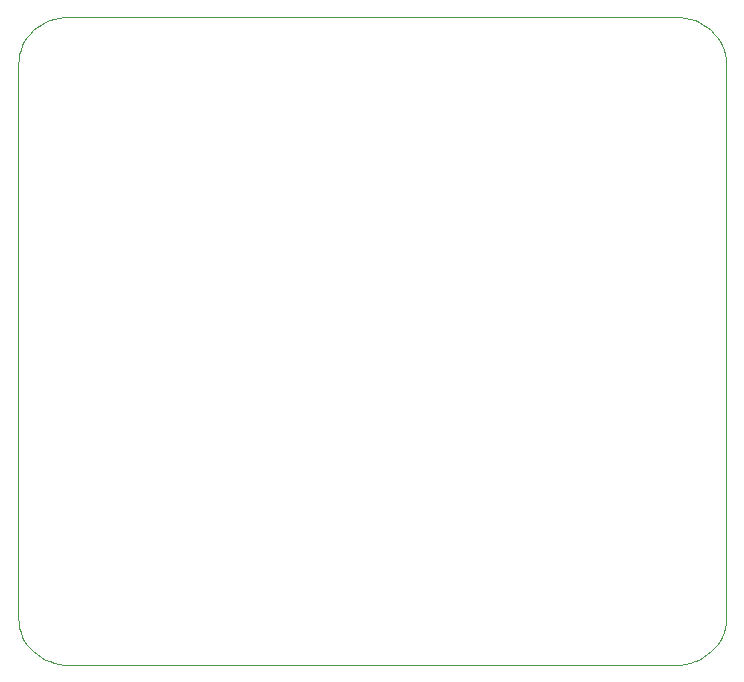
<source format=gm1>
G04 #@! TF.GenerationSoftware,KiCad,Pcbnew,(5.1.0)-1*
G04 #@! TF.CreationDate,2020-11-16T17:51:55+00:00*
G04 #@! TF.ProjectId,DC_Power_Monitor,44435f50-6f77-4657-925f-4d6f6e69746f,rev?*
G04 #@! TF.SameCoordinates,PX2455c20PY82ce540*
G04 #@! TF.FileFunction,Profile,NP*
%FSLAX46Y46*%
G04 Gerber Fmt 4.6, Leading zero omitted, Abs format (unit mm)*
G04 Created by KiCad (PCBNEW (5.1.0)-1) date 2020-11-16 17:51:55*
%MOMM*%
%LPD*%
G04 APERTURE LIST*
%ADD10C,0.100000*%
G04 APERTURE END LIST*
D10*
X2604680Y57507310D02*
X53851300Y57507310D01*
X53851300Y57507310D02*
X54295400Y57486890D01*
X54295400Y57486890D02*
X54726400Y57426940D01*
X54726400Y57426940D02*
X55142100Y57329430D01*
X55142100Y57329430D02*
X55540300Y57196310D01*
X55540300Y57196310D02*
X55919100Y57029570D01*
X55919100Y57029570D02*
X56276200Y56831160D01*
X56276200Y56831160D02*
X56609400Y56603050D01*
X56609400Y56603050D02*
X56916700Y56347190D01*
X56916700Y56347190D02*
X57195800Y56065570D01*
X57195800Y56065570D02*
X57444700Y55760150D01*
X57444700Y55760150D02*
X57661100Y55432870D01*
X57661100Y55432870D02*
X57843100Y55085720D01*
X57843100Y55085720D02*
X57988400Y54720670D01*
X57988400Y54720670D02*
X58094700Y54339670D01*
X58094700Y54339670D02*
X58160100Y53944690D01*
X58160100Y53944690D02*
X58182500Y53537700D01*
X58182500Y53537700D02*
X58182500Y6568100D01*
X58182500Y6568100D02*
X58160100Y6161200D01*
X58160100Y6161200D02*
X58094700Y5766100D01*
X58094700Y5766100D02*
X57988400Y5385100D01*
X57988400Y5385100D02*
X57843100Y5020100D01*
X57843100Y5020100D02*
X57661100Y4673000D01*
X57661100Y4673000D02*
X57444700Y4345600D01*
X57444700Y4345600D02*
X57195800Y4040200D01*
X57195800Y4040200D02*
X56916700Y3758600D01*
X56916700Y3758600D02*
X56609400Y3502800D01*
X56609400Y3502800D02*
X56276200Y3274600D01*
X56276200Y3274600D02*
X55919100Y3076300D01*
X55919100Y3076300D02*
X55540300Y2909500D01*
X55540300Y2909500D02*
X55142100Y2776300D01*
X55142100Y2776300D02*
X54726400Y2678900D01*
X54726400Y2678900D02*
X54295400Y2618900D01*
X54295400Y2618900D02*
X53851300Y2598400D01*
X53851300Y2598400D02*
X2604680Y2598400D01*
X2604680Y2598400D02*
X2160630Y2618900D01*
X2160630Y2618900D02*
X1729690Y2678900D01*
X1729690Y2678900D02*
X1313990Y2776300D01*
X1313990Y2776300D02*
X915700Y2909500D01*
X915700Y2909500D02*
X536950Y3076300D01*
X536950Y3076300D02*
X179870Y3274600D01*
X179870Y3274600D02*
X-153370Y3502800D01*
X-153370Y3502800D02*
X-460640Y3758600D01*
X-460640Y3758600D02*
X-739780Y4040200D01*
X-739780Y4040200D02*
X-988680Y4345600D01*
X-988680Y4345600D02*
X-1205150Y4673000D01*
X-1205150Y4673000D02*
X-1387080Y5020100D01*
X-1387080Y5020100D02*
X-1532310Y5385100D01*
X-1532310Y5385100D02*
X-1638710Y5766100D01*
X-1638710Y5766100D02*
X-1704120Y6161200D01*
X-1704120Y6161200D02*
X-1726400Y6568100D01*
X-1726400Y6568100D02*
X-1726400Y53537700D01*
X-1726400Y53537700D02*
X-1704120Y53944690D01*
X-1704120Y53944690D02*
X-1638710Y54339670D01*
X-1638710Y54339670D02*
X-1532310Y54720670D01*
X-1532310Y54720670D02*
X-1387080Y55085720D01*
X-1387080Y55085720D02*
X-1205150Y55432870D01*
X-1205150Y55432870D02*
X-988680Y55760140D01*
X-988680Y55760140D02*
X-739780Y56065570D01*
X-739780Y56065570D02*
X-460640Y56347190D01*
X-460640Y56347190D02*
X-153370Y56603050D01*
X-153370Y56603050D02*
X179870Y56831160D01*
X179870Y56831160D02*
X536950Y57029570D01*
X536950Y57029570D02*
X915700Y57196310D01*
X915700Y57196310D02*
X1313990Y57329430D01*
X1313990Y57329430D02*
X1729690Y57426940D01*
X1729690Y57426940D02*
X2160630Y57486890D01*
X2160630Y57486890D02*
X2604680Y57507310D01*
X2604680Y57507310D02*
X2604680Y57507310D01*
X2604680Y57507310D02*
X2604680Y57507310D01*
M02*

</source>
